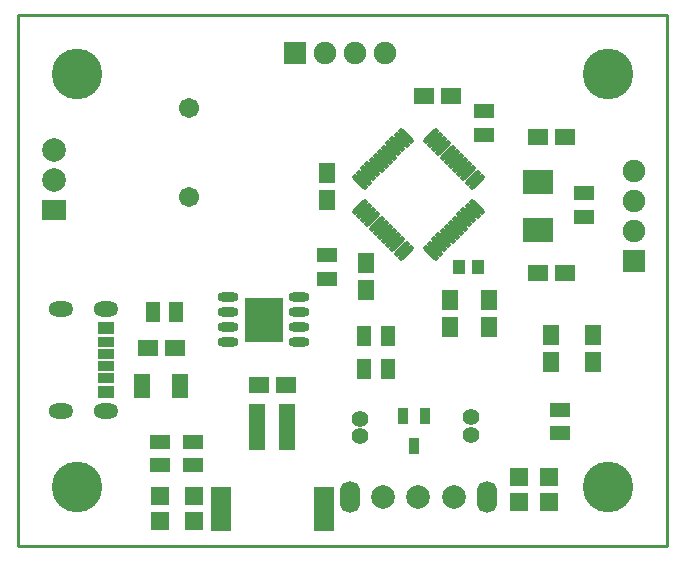
<source format=gts>
G04*
G04 #@! TF.GenerationSoftware,Altium Limited,Altium Designer,19.0.10 (269)*
G04*
G04 Layer_Color=8388736*
%FSLAX25Y25*%
%MOIN*%
G70*
G01*
G75*
%ADD10C,0.01000*%
%ADD37R,0.03950X0.04737*%
%ADD38R,0.05800X0.06800*%
G04:AMPARAMS|DCode=39|XSize=67.06mil|YSize=19.81mil|CornerRadius=0mil|HoleSize=0mil|Usage=FLASHONLY|Rotation=225.000|XOffset=0mil|YOffset=0mil|HoleType=Round|Shape=Round|*
%AMOVALD39*
21,1,0.04724,0.01981,0.00000,0.00000,225.0*
1,1,0.01981,0.01670,0.01670*
1,1,0.01981,-0.01670,-0.01670*
%
%ADD39OVALD39*%

G04:AMPARAMS|DCode=40|XSize=67.06mil|YSize=19.81mil|CornerRadius=0mil|HoleSize=0mil|Usage=FLASHONLY|Rotation=315.000|XOffset=0mil|YOffset=0mil|HoleType=Round|Shape=Round|*
%AMOVALD40*
21,1,0.04724,0.01981,0.00000,0.00000,315.0*
1,1,0.01981,-0.01670,0.01670*
1,1,0.01981,0.01670,-0.01670*
%
%ADD40OVALD40*%

%ADD41R,0.06902X0.04737*%
%ADD42R,0.04737X0.06902*%
%ADD43R,0.06800X0.05800*%
%ADD44O,0.07091X0.03162*%
%ADD45R,0.12611X0.14579*%
%ADD46R,0.05524X0.08280*%
%ADD47R,0.05524X0.03950*%
%ADD48R,0.05524X0.03556*%
%ADD49R,0.06310X0.05920*%
%ADD50R,0.05524X0.15761*%
%ADD51R,0.07099X0.14580*%
%ADD52R,0.03556X0.05721*%
%ADD53R,0.10249X0.08280*%
%ADD54C,0.06706*%
%ADD55C,0.07493*%
%ADD56R,0.07493X0.07493*%
%ADD57C,0.16863*%
%ADD58R,0.07887X0.07000*%
%ADD59C,0.07887*%
%ADD60O,0.06706X0.10639*%
%ADD61R,0.07493X0.07493*%
%ADD62O,0.08276X0.05131*%
%ADD63C,0.05524*%
D10*
X0Y0D02*
Y177165D01*
Y0D02*
X216535D01*
Y177165D01*
X0D02*
X216535D01*
D37*
X153426Y93000D02*
D03*
X147125D02*
D03*
D38*
X103000Y124222D02*
D03*
Y115222D02*
D03*
X116000Y94500D02*
D03*
Y85500D02*
D03*
X144045Y82000D02*
D03*
Y73000D02*
D03*
X157045Y82000D02*
D03*
Y73000D02*
D03*
X177872Y61500D02*
D03*
Y70500D02*
D03*
X191878Y61500D02*
D03*
Y70500D02*
D03*
D39*
X129324Y97775D02*
D03*
X127932Y99167D02*
D03*
X126540Y100559D02*
D03*
X125148Y101951D02*
D03*
X123756Y103343D02*
D03*
X122364Y104735D02*
D03*
X120972Y106127D02*
D03*
X119580Y107519D02*
D03*
X118189Y108911D02*
D03*
X116796Y110302D02*
D03*
X115405Y111695D02*
D03*
X114013Y113086D02*
D03*
X137676Y136749D02*
D03*
X139068Y135357D02*
D03*
X140460Y133965D02*
D03*
X141852Y132574D02*
D03*
X143244Y131181D02*
D03*
X144636Y129790D02*
D03*
X146028Y128397D02*
D03*
X147420Y127006D02*
D03*
X148811Y125613D02*
D03*
X150204Y124222D02*
D03*
X151595Y122829D02*
D03*
X152988Y121438D02*
D03*
D40*
X114013Y121438D02*
D03*
X115405Y122830D02*
D03*
X116797Y124222D02*
D03*
X118189Y125614D02*
D03*
X119581Y127006D02*
D03*
X120972Y128398D02*
D03*
X122365Y129790D02*
D03*
X123757Y131182D02*
D03*
X125149Y132574D02*
D03*
X126540Y133966D02*
D03*
X127933Y135357D02*
D03*
X129324Y136750D02*
D03*
X152987Y113086D02*
D03*
X151595Y111694D02*
D03*
X150203Y110302D02*
D03*
X148811Y108910D02*
D03*
X147419Y107518D02*
D03*
X146028Y106126D02*
D03*
X144635Y104735D02*
D03*
X143244Y103342D02*
D03*
X141851Y101951D02*
D03*
X140460Y100558D02*
D03*
X139067Y99167D02*
D03*
X137676Y97775D02*
D03*
D41*
X103000Y89173D02*
D03*
Y97047D02*
D03*
X47411Y34874D02*
D03*
Y27000D02*
D03*
X58500Y34874D02*
D03*
Y27000D02*
D03*
X180878Y37626D02*
D03*
Y45500D02*
D03*
X188878Y117676D02*
D03*
Y109802D02*
D03*
X155500Y145000D02*
D03*
Y137126D02*
D03*
D42*
X123374Y70000D02*
D03*
X115500D02*
D03*
X123374Y59000D02*
D03*
X115500D02*
D03*
X45000Y78000D02*
D03*
X52874D02*
D03*
D43*
X80500Y53869D02*
D03*
X89500D02*
D03*
X52500Y66000D02*
D03*
X43500D02*
D03*
X173500Y91000D02*
D03*
X182500D02*
D03*
X173500Y136500D02*
D03*
X182500D02*
D03*
X135352Y150000D02*
D03*
X144351D02*
D03*
D44*
X93811Y68000D02*
D03*
Y73000D02*
D03*
Y78000D02*
D03*
Y83000D02*
D03*
X70189Y68000D02*
D03*
Y73000D02*
D03*
Y78000D02*
D03*
Y83000D02*
D03*
D45*
X82000Y75500D02*
D03*
D46*
X54098Y53500D02*
D03*
X41500D02*
D03*
D47*
X29500Y72622D02*
D03*
Y51362D02*
D03*
D48*
Y67898D02*
D03*
Y63961D02*
D03*
Y60024D02*
D03*
Y56087D02*
D03*
D49*
X58844Y8374D02*
D03*
Y16644D02*
D03*
X47311Y8374D02*
D03*
Y16644D02*
D03*
X177161Y23000D02*
D03*
Y14730D02*
D03*
X167056Y22890D02*
D03*
Y14620D02*
D03*
D50*
X79854Y39614D02*
D03*
X89854D02*
D03*
D51*
X102059Y12449D02*
D03*
X67650Y12449D02*
D03*
D52*
X132074Y33480D02*
D03*
X128334Y43320D02*
D03*
X135814D02*
D03*
D53*
X173500Y121500D02*
D03*
Y105358D02*
D03*
D54*
X57000Y146000D02*
D03*
Y116500D02*
D03*
D55*
X205500Y125000D02*
D03*
Y115000D02*
D03*
Y105000D02*
D03*
X102500Y164500D02*
D03*
X112500D02*
D03*
X122500D02*
D03*
D56*
X205500Y95000D02*
D03*
D57*
X196815Y19685D02*
D03*
X19685D02*
D03*
Y157315D02*
D03*
X196815D02*
D03*
D58*
X12000Y112000D02*
D03*
D59*
Y122000D02*
D03*
Y132000D02*
D03*
X145311Y16500D02*
D03*
X133500D02*
D03*
X121689D02*
D03*
D60*
X156335Y16500D02*
D03*
X110665Y16500D02*
D03*
D61*
X92500Y164500D02*
D03*
D62*
X14540Y44984D02*
D03*
Y79000D02*
D03*
X29500Y44984D02*
D03*
Y79000D02*
D03*
D63*
X113905Y42484D02*
D03*
Y36574D02*
D03*
X151174Y43000D02*
D03*
Y37090D02*
D03*
M02*

</source>
